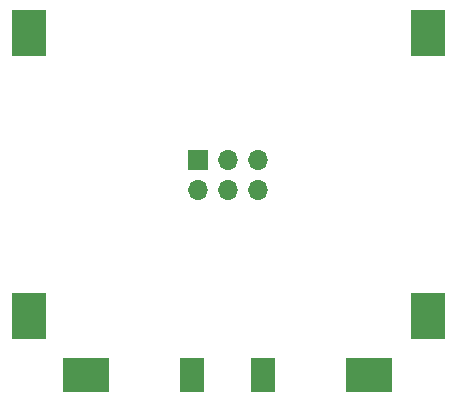
<source format=gbr>
%TF.GenerationSoftware,KiCad,Pcbnew,(5.1.10)-1*%
%TF.CreationDate,2022-01-02T17:40:11+01:00*%
%TF.ProjectId,3DESPWroverS,33444553-5057-4726-9f76-6572532e6b69,rev?*%
%TF.SameCoordinates,Original*%
%TF.FileFunction,Soldermask,Top*%
%TF.FilePolarity,Negative*%
%FSLAX46Y46*%
G04 Gerber Fmt 4.6, Leading zero omitted, Abs format (unit mm)*
G04 Created by KiCad (PCBNEW (5.1.10)-1) date 2022-01-02 17:40:11*
%MOMM*%
%LPD*%
G01*
G04 APERTURE LIST*
%ADD10R,1.700000X1.700000*%
%ADD11O,1.700000X1.700000*%
%ADD12R,2.000000X3.000000*%
%ADD13R,3.000000X4.000000*%
%ADD14R,4.000000X3.000000*%
G04 APERTURE END LIST*
D10*
%TO.C,J1*%
X117983000Y-56642000D03*
D11*
X117983000Y-59182000D03*
X120523000Y-56642000D03*
X120523000Y-59182000D03*
X123063000Y-56642000D03*
X123063000Y-59182000D03*
%TD*%
D12*
%TO.C,J2*%
X123444000Y-74803000D03*
%TD*%
%TO.C,J3*%
X117475000Y-74803000D03*
%TD*%
D13*
%TO.C,J4*%
X103632000Y-69850000D03*
%TD*%
%TO.C,J5*%
X137414000Y-69850000D03*
%TD*%
D14*
%TO.C,J6*%
X108458000Y-74803000D03*
%TD*%
D13*
%TO.C,J7*%
X137414000Y-45847000D03*
%TD*%
D14*
%TO.C,J8*%
X132461000Y-74803000D03*
%TD*%
D13*
%TO.C,J9*%
X103632000Y-45847000D03*
%TD*%
M02*

</source>
